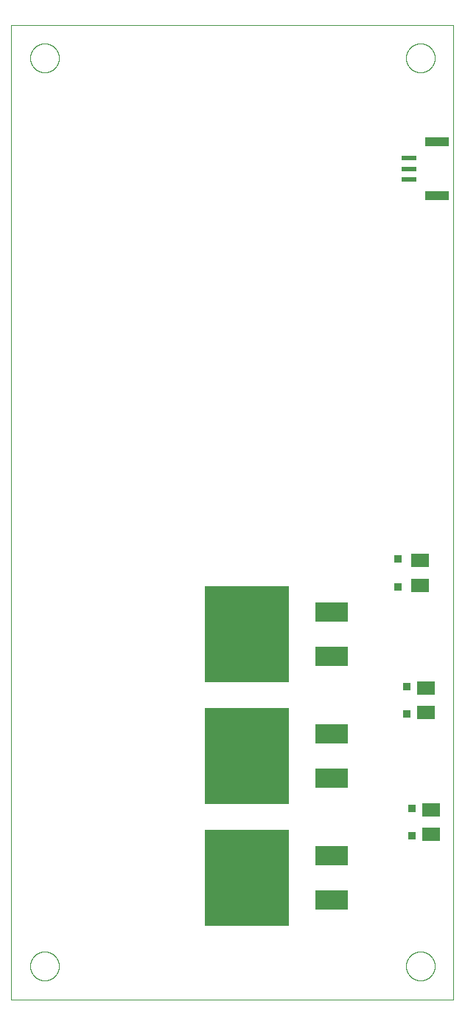
<source format=gbp>
G75*
%MOIN*%
%OFA0B0*%
%FSLAX25Y25*%
%IPPOS*%
%LPD*%
%AMOC8*
5,1,8,0,0,1.08239X$1,22.5*
%
%ADD10C,0.00300*%
%ADD11R,0.15000X0.09134*%
%ADD12R,0.37992X0.43307*%
%ADD13R,0.03740X0.03543*%
%ADD14R,0.07874X0.06299*%
%ADD15C,0.00000*%
%ADD16R,0.06693X0.02362*%
%ADD17R,0.10630X0.03937*%
D10*
X0255000Y0285000D02*
X0455000Y0285000D01*
X0455000Y0725000D01*
X0255000Y0725000D01*
X0255000Y0285000D01*
D11*
X0399882Y0330000D03*
X0399882Y0350000D03*
X0399882Y0385000D03*
X0399882Y0405000D03*
X0399882Y0440000D03*
X0399882Y0460000D03*
D12*
X0361614Y0450000D03*
X0361614Y0395000D03*
X0361614Y0340000D03*
D13*
X0433750Y0413799D03*
X0433750Y0426201D03*
X0430000Y0471299D03*
X0430000Y0483701D03*
X0436250Y0371201D03*
X0436250Y0358799D03*
D14*
X0445000Y0359488D03*
X0445000Y0370512D03*
X0442500Y0414488D03*
X0442500Y0425512D03*
X0440000Y0471988D03*
X0440000Y0483012D03*
D15*
X0433500Y0300000D02*
X0433502Y0300161D01*
X0433508Y0300321D01*
X0433518Y0300482D01*
X0433532Y0300642D01*
X0433550Y0300802D01*
X0433571Y0300961D01*
X0433597Y0301120D01*
X0433627Y0301278D01*
X0433660Y0301435D01*
X0433698Y0301592D01*
X0433739Y0301747D01*
X0433784Y0301901D01*
X0433833Y0302054D01*
X0433886Y0302206D01*
X0433942Y0302357D01*
X0434003Y0302506D01*
X0434066Y0302654D01*
X0434134Y0302800D01*
X0434205Y0302944D01*
X0434279Y0303086D01*
X0434357Y0303227D01*
X0434439Y0303365D01*
X0434524Y0303502D01*
X0434612Y0303636D01*
X0434704Y0303768D01*
X0434799Y0303898D01*
X0434897Y0304026D01*
X0434998Y0304151D01*
X0435102Y0304273D01*
X0435209Y0304393D01*
X0435319Y0304510D01*
X0435432Y0304625D01*
X0435548Y0304736D01*
X0435667Y0304845D01*
X0435788Y0304950D01*
X0435912Y0305053D01*
X0436038Y0305153D01*
X0436166Y0305249D01*
X0436297Y0305342D01*
X0436431Y0305432D01*
X0436566Y0305519D01*
X0436704Y0305602D01*
X0436843Y0305682D01*
X0436985Y0305758D01*
X0437128Y0305831D01*
X0437273Y0305900D01*
X0437420Y0305966D01*
X0437568Y0306028D01*
X0437718Y0306086D01*
X0437869Y0306141D01*
X0438022Y0306192D01*
X0438176Y0306239D01*
X0438331Y0306282D01*
X0438487Y0306321D01*
X0438643Y0306357D01*
X0438801Y0306388D01*
X0438959Y0306416D01*
X0439118Y0306440D01*
X0439278Y0306460D01*
X0439438Y0306476D01*
X0439598Y0306488D01*
X0439759Y0306496D01*
X0439920Y0306500D01*
X0440080Y0306500D01*
X0440241Y0306496D01*
X0440402Y0306488D01*
X0440562Y0306476D01*
X0440722Y0306460D01*
X0440882Y0306440D01*
X0441041Y0306416D01*
X0441199Y0306388D01*
X0441357Y0306357D01*
X0441513Y0306321D01*
X0441669Y0306282D01*
X0441824Y0306239D01*
X0441978Y0306192D01*
X0442131Y0306141D01*
X0442282Y0306086D01*
X0442432Y0306028D01*
X0442580Y0305966D01*
X0442727Y0305900D01*
X0442872Y0305831D01*
X0443015Y0305758D01*
X0443157Y0305682D01*
X0443296Y0305602D01*
X0443434Y0305519D01*
X0443569Y0305432D01*
X0443703Y0305342D01*
X0443834Y0305249D01*
X0443962Y0305153D01*
X0444088Y0305053D01*
X0444212Y0304950D01*
X0444333Y0304845D01*
X0444452Y0304736D01*
X0444568Y0304625D01*
X0444681Y0304510D01*
X0444791Y0304393D01*
X0444898Y0304273D01*
X0445002Y0304151D01*
X0445103Y0304026D01*
X0445201Y0303898D01*
X0445296Y0303768D01*
X0445388Y0303636D01*
X0445476Y0303502D01*
X0445561Y0303365D01*
X0445643Y0303227D01*
X0445721Y0303086D01*
X0445795Y0302944D01*
X0445866Y0302800D01*
X0445934Y0302654D01*
X0445997Y0302506D01*
X0446058Y0302357D01*
X0446114Y0302206D01*
X0446167Y0302054D01*
X0446216Y0301901D01*
X0446261Y0301747D01*
X0446302Y0301592D01*
X0446340Y0301435D01*
X0446373Y0301278D01*
X0446403Y0301120D01*
X0446429Y0300961D01*
X0446450Y0300802D01*
X0446468Y0300642D01*
X0446482Y0300482D01*
X0446492Y0300321D01*
X0446498Y0300161D01*
X0446500Y0300000D01*
X0446498Y0299839D01*
X0446492Y0299679D01*
X0446482Y0299518D01*
X0446468Y0299358D01*
X0446450Y0299198D01*
X0446429Y0299039D01*
X0446403Y0298880D01*
X0446373Y0298722D01*
X0446340Y0298565D01*
X0446302Y0298408D01*
X0446261Y0298253D01*
X0446216Y0298099D01*
X0446167Y0297946D01*
X0446114Y0297794D01*
X0446058Y0297643D01*
X0445997Y0297494D01*
X0445934Y0297346D01*
X0445866Y0297200D01*
X0445795Y0297056D01*
X0445721Y0296914D01*
X0445643Y0296773D01*
X0445561Y0296635D01*
X0445476Y0296498D01*
X0445388Y0296364D01*
X0445296Y0296232D01*
X0445201Y0296102D01*
X0445103Y0295974D01*
X0445002Y0295849D01*
X0444898Y0295727D01*
X0444791Y0295607D01*
X0444681Y0295490D01*
X0444568Y0295375D01*
X0444452Y0295264D01*
X0444333Y0295155D01*
X0444212Y0295050D01*
X0444088Y0294947D01*
X0443962Y0294847D01*
X0443834Y0294751D01*
X0443703Y0294658D01*
X0443569Y0294568D01*
X0443434Y0294481D01*
X0443296Y0294398D01*
X0443157Y0294318D01*
X0443015Y0294242D01*
X0442872Y0294169D01*
X0442727Y0294100D01*
X0442580Y0294034D01*
X0442432Y0293972D01*
X0442282Y0293914D01*
X0442131Y0293859D01*
X0441978Y0293808D01*
X0441824Y0293761D01*
X0441669Y0293718D01*
X0441513Y0293679D01*
X0441357Y0293643D01*
X0441199Y0293612D01*
X0441041Y0293584D01*
X0440882Y0293560D01*
X0440722Y0293540D01*
X0440562Y0293524D01*
X0440402Y0293512D01*
X0440241Y0293504D01*
X0440080Y0293500D01*
X0439920Y0293500D01*
X0439759Y0293504D01*
X0439598Y0293512D01*
X0439438Y0293524D01*
X0439278Y0293540D01*
X0439118Y0293560D01*
X0438959Y0293584D01*
X0438801Y0293612D01*
X0438643Y0293643D01*
X0438487Y0293679D01*
X0438331Y0293718D01*
X0438176Y0293761D01*
X0438022Y0293808D01*
X0437869Y0293859D01*
X0437718Y0293914D01*
X0437568Y0293972D01*
X0437420Y0294034D01*
X0437273Y0294100D01*
X0437128Y0294169D01*
X0436985Y0294242D01*
X0436843Y0294318D01*
X0436704Y0294398D01*
X0436566Y0294481D01*
X0436431Y0294568D01*
X0436297Y0294658D01*
X0436166Y0294751D01*
X0436038Y0294847D01*
X0435912Y0294947D01*
X0435788Y0295050D01*
X0435667Y0295155D01*
X0435548Y0295264D01*
X0435432Y0295375D01*
X0435319Y0295490D01*
X0435209Y0295607D01*
X0435102Y0295727D01*
X0434998Y0295849D01*
X0434897Y0295974D01*
X0434799Y0296102D01*
X0434704Y0296232D01*
X0434612Y0296364D01*
X0434524Y0296498D01*
X0434439Y0296635D01*
X0434357Y0296773D01*
X0434279Y0296914D01*
X0434205Y0297056D01*
X0434134Y0297200D01*
X0434066Y0297346D01*
X0434003Y0297494D01*
X0433942Y0297643D01*
X0433886Y0297794D01*
X0433833Y0297946D01*
X0433784Y0298099D01*
X0433739Y0298253D01*
X0433698Y0298408D01*
X0433660Y0298565D01*
X0433627Y0298722D01*
X0433597Y0298880D01*
X0433571Y0299039D01*
X0433550Y0299198D01*
X0433532Y0299358D01*
X0433518Y0299518D01*
X0433508Y0299679D01*
X0433502Y0299839D01*
X0433500Y0300000D01*
X0263500Y0300000D02*
X0263502Y0300161D01*
X0263508Y0300321D01*
X0263518Y0300482D01*
X0263532Y0300642D01*
X0263550Y0300802D01*
X0263571Y0300961D01*
X0263597Y0301120D01*
X0263627Y0301278D01*
X0263660Y0301435D01*
X0263698Y0301592D01*
X0263739Y0301747D01*
X0263784Y0301901D01*
X0263833Y0302054D01*
X0263886Y0302206D01*
X0263942Y0302357D01*
X0264003Y0302506D01*
X0264066Y0302654D01*
X0264134Y0302800D01*
X0264205Y0302944D01*
X0264279Y0303086D01*
X0264357Y0303227D01*
X0264439Y0303365D01*
X0264524Y0303502D01*
X0264612Y0303636D01*
X0264704Y0303768D01*
X0264799Y0303898D01*
X0264897Y0304026D01*
X0264998Y0304151D01*
X0265102Y0304273D01*
X0265209Y0304393D01*
X0265319Y0304510D01*
X0265432Y0304625D01*
X0265548Y0304736D01*
X0265667Y0304845D01*
X0265788Y0304950D01*
X0265912Y0305053D01*
X0266038Y0305153D01*
X0266166Y0305249D01*
X0266297Y0305342D01*
X0266431Y0305432D01*
X0266566Y0305519D01*
X0266704Y0305602D01*
X0266843Y0305682D01*
X0266985Y0305758D01*
X0267128Y0305831D01*
X0267273Y0305900D01*
X0267420Y0305966D01*
X0267568Y0306028D01*
X0267718Y0306086D01*
X0267869Y0306141D01*
X0268022Y0306192D01*
X0268176Y0306239D01*
X0268331Y0306282D01*
X0268487Y0306321D01*
X0268643Y0306357D01*
X0268801Y0306388D01*
X0268959Y0306416D01*
X0269118Y0306440D01*
X0269278Y0306460D01*
X0269438Y0306476D01*
X0269598Y0306488D01*
X0269759Y0306496D01*
X0269920Y0306500D01*
X0270080Y0306500D01*
X0270241Y0306496D01*
X0270402Y0306488D01*
X0270562Y0306476D01*
X0270722Y0306460D01*
X0270882Y0306440D01*
X0271041Y0306416D01*
X0271199Y0306388D01*
X0271357Y0306357D01*
X0271513Y0306321D01*
X0271669Y0306282D01*
X0271824Y0306239D01*
X0271978Y0306192D01*
X0272131Y0306141D01*
X0272282Y0306086D01*
X0272432Y0306028D01*
X0272580Y0305966D01*
X0272727Y0305900D01*
X0272872Y0305831D01*
X0273015Y0305758D01*
X0273157Y0305682D01*
X0273296Y0305602D01*
X0273434Y0305519D01*
X0273569Y0305432D01*
X0273703Y0305342D01*
X0273834Y0305249D01*
X0273962Y0305153D01*
X0274088Y0305053D01*
X0274212Y0304950D01*
X0274333Y0304845D01*
X0274452Y0304736D01*
X0274568Y0304625D01*
X0274681Y0304510D01*
X0274791Y0304393D01*
X0274898Y0304273D01*
X0275002Y0304151D01*
X0275103Y0304026D01*
X0275201Y0303898D01*
X0275296Y0303768D01*
X0275388Y0303636D01*
X0275476Y0303502D01*
X0275561Y0303365D01*
X0275643Y0303227D01*
X0275721Y0303086D01*
X0275795Y0302944D01*
X0275866Y0302800D01*
X0275934Y0302654D01*
X0275997Y0302506D01*
X0276058Y0302357D01*
X0276114Y0302206D01*
X0276167Y0302054D01*
X0276216Y0301901D01*
X0276261Y0301747D01*
X0276302Y0301592D01*
X0276340Y0301435D01*
X0276373Y0301278D01*
X0276403Y0301120D01*
X0276429Y0300961D01*
X0276450Y0300802D01*
X0276468Y0300642D01*
X0276482Y0300482D01*
X0276492Y0300321D01*
X0276498Y0300161D01*
X0276500Y0300000D01*
X0276498Y0299839D01*
X0276492Y0299679D01*
X0276482Y0299518D01*
X0276468Y0299358D01*
X0276450Y0299198D01*
X0276429Y0299039D01*
X0276403Y0298880D01*
X0276373Y0298722D01*
X0276340Y0298565D01*
X0276302Y0298408D01*
X0276261Y0298253D01*
X0276216Y0298099D01*
X0276167Y0297946D01*
X0276114Y0297794D01*
X0276058Y0297643D01*
X0275997Y0297494D01*
X0275934Y0297346D01*
X0275866Y0297200D01*
X0275795Y0297056D01*
X0275721Y0296914D01*
X0275643Y0296773D01*
X0275561Y0296635D01*
X0275476Y0296498D01*
X0275388Y0296364D01*
X0275296Y0296232D01*
X0275201Y0296102D01*
X0275103Y0295974D01*
X0275002Y0295849D01*
X0274898Y0295727D01*
X0274791Y0295607D01*
X0274681Y0295490D01*
X0274568Y0295375D01*
X0274452Y0295264D01*
X0274333Y0295155D01*
X0274212Y0295050D01*
X0274088Y0294947D01*
X0273962Y0294847D01*
X0273834Y0294751D01*
X0273703Y0294658D01*
X0273569Y0294568D01*
X0273434Y0294481D01*
X0273296Y0294398D01*
X0273157Y0294318D01*
X0273015Y0294242D01*
X0272872Y0294169D01*
X0272727Y0294100D01*
X0272580Y0294034D01*
X0272432Y0293972D01*
X0272282Y0293914D01*
X0272131Y0293859D01*
X0271978Y0293808D01*
X0271824Y0293761D01*
X0271669Y0293718D01*
X0271513Y0293679D01*
X0271357Y0293643D01*
X0271199Y0293612D01*
X0271041Y0293584D01*
X0270882Y0293560D01*
X0270722Y0293540D01*
X0270562Y0293524D01*
X0270402Y0293512D01*
X0270241Y0293504D01*
X0270080Y0293500D01*
X0269920Y0293500D01*
X0269759Y0293504D01*
X0269598Y0293512D01*
X0269438Y0293524D01*
X0269278Y0293540D01*
X0269118Y0293560D01*
X0268959Y0293584D01*
X0268801Y0293612D01*
X0268643Y0293643D01*
X0268487Y0293679D01*
X0268331Y0293718D01*
X0268176Y0293761D01*
X0268022Y0293808D01*
X0267869Y0293859D01*
X0267718Y0293914D01*
X0267568Y0293972D01*
X0267420Y0294034D01*
X0267273Y0294100D01*
X0267128Y0294169D01*
X0266985Y0294242D01*
X0266843Y0294318D01*
X0266704Y0294398D01*
X0266566Y0294481D01*
X0266431Y0294568D01*
X0266297Y0294658D01*
X0266166Y0294751D01*
X0266038Y0294847D01*
X0265912Y0294947D01*
X0265788Y0295050D01*
X0265667Y0295155D01*
X0265548Y0295264D01*
X0265432Y0295375D01*
X0265319Y0295490D01*
X0265209Y0295607D01*
X0265102Y0295727D01*
X0264998Y0295849D01*
X0264897Y0295974D01*
X0264799Y0296102D01*
X0264704Y0296232D01*
X0264612Y0296364D01*
X0264524Y0296498D01*
X0264439Y0296635D01*
X0264357Y0296773D01*
X0264279Y0296914D01*
X0264205Y0297056D01*
X0264134Y0297200D01*
X0264066Y0297346D01*
X0264003Y0297494D01*
X0263942Y0297643D01*
X0263886Y0297794D01*
X0263833Y0297946D01*
X0263784Y0298099D01*
X0263739Y0298253D01*
X0263698Y0298408D01*
X0263660Y0298565D01*
X0263627Y0298722D01*
X0263597Y0298880D01*
X0263571Y0299039D01*
X0263550Y0299198D01*
X0263532Y0299358D01*
X0263518Y0299518D01*
X0263508Y0299679D01*
X0263502Y0299839D01*
X0263500Y0300000D01*
X0263500Y0710000D02*
X0263502Y0710161D01*
X0263508Y0710321D01*
X0263518Y0710482D01*
X0263532Y0710642D01*
X0263550Y0710802D01*
X0263571Y0710961D01*
X0263597Y0711120D01*
X0263627Y0711278D01*
X0263660Y0711435D01*
X0263698Y0711592D01*
X0263739Y0711747D01*
X0263784Y0711901D01*
X0263833Y0712054D01*
X0263886Y0712206D01*
X0263942Y0712357D01*
X0264003Y0712506D01*
X0264066Y0712654D01*
X0264134Y0712800D01*
X0264205Y0712944D01*
X0264279Y0713086D01*
X0264357Y0713227D01*
X0264439Y0713365D01*
X0264524Y0713502D01*
X0264612Y0713636D01*
X0264704Y0713768D01*
X0264799Y0713898D01*
X0264897Y0714026D01*
X0264998Y0714151D01*
X0265102Y0714273D01*
X0265209Y0714393D01*
X0265319Y0714510D01*
X0265432Y0714625D01*
X0265548Y0714736D01*
X0265667Y0714845D01*
X0265788Y0714950D01*
X0265912Y0715053D01*
X0266038Y0715153D01*
X0266166Y0715249D01*
X0266297Y0715342D01*
X0266431Y0715432D01*
X0266566Y0715519D01*
X0266704Y0715602D01*
X0266843Y0715682D01*
X0266985Y0715758D01*
X0267128Y0715831D01*
X0267273Y0715900D01*
X0267420Y0715966D01*
X0267568Y0716028D01*
X0267718Y0716086D01*
X0267869Y0716141D01*
X0268022Y0716192D01*
X0268176Y0716239D01*
X0268331Y0716282D01*
X0268487Y0716321D01*
X0268643Y0716357D01*
X0268801Y0716388D01*
X0268959Y0716416D01*
X0269118Y0716440D01*
X0269278Y0716460D01*
X0269438Y0716476D01*
X0269598Y0716488D01*
X0269759Y0716496D01*
X0269920Y0716500D01*
X0270080Y0716500D01*
X0270241Y0716496D01*
X0270402Y0716488D01*
X0270562Y0716476D01*
X0270722Y0716460D01*
X0270882Y0716440D01*
X0271041Y0716416D01*
X0271199Y0716388D01*
X0271357Y0716357D01*
X0271513Y0716321D01*
X0271669Y0716282D01*
X0271824Y0716239D01*
X0271978Y0716192D01*
X0272131Y0716141D01*
X0272282Y0716086D01*
X0272432Y0716028D01*
X0272580Y0715966D01*
X0272727Y0715900D01*
X0272872Y0715831D01*
X0273015Y0715758D01*
X0273157Y0715682D01*
X0273296Y0715602D01*
X0273434Y0715519D01*
X0273569Y0715432D01*
X0273703Y0715342D01*
X0273834Y0715249D01*
X0273962Y0715153D01*
X0274088Y0715053D01*
X0274212Y0714950D01*
X0274333Y0714845D01*
X0274452Y0714736D01*
X0274568Y0714625D01*
X0274681Y0714510D01*
X0274791Y0714393D01*
X0274898Y0714273D01*
X0275002Y0714151D01*
X0275103Y0714026D01*
X0275201Y0713898D01*
X0275296Y0713768D01*
X0275388Y0713636D01*
X0275476Y0713502D01*
X0275561Y0713365D01*
X0275643Y0713227D01*
X0275721Y0713086D01*
X0275795Y0712944D01*
X0275866Y0712800D01*
X0275934Y0712654D01*
X0275997Y0712506D01*
X0276058Y0712357D01*
X0276114Y0712206D01*
X0276167Y0712054D01*
X0276216Y0711901D01*
X0276261Y0711747D01*
X0276302Y0711592D01*
X0276340Y0711435D01*
X0276373Y0711278D01*
X0276403Y0711120D01*
X0276429Y0710961D01*
X0276450Y0710802D01*
X0276468Y0710642D01*
X0276482Y0710482D01*
X0276492Y0710321D01*
X0276498Y0710161D01*
X0276500Y0710000D01*
X0276498Y0709839D01*
X0276492Y0709679D01*
X0276482Y0709518D01*
X0276468Y0709358D01*
X0276450Y0709198D01*
X0276429Y0709039D01*
X0276403Y0708880D01*
X0276373Y0708722D01*
X0276340Y0708565D01*
X0276302Y0708408D01*
X0276261Y0708253D01*
X0276216Y0708099D01*
X0276167Y0707946D01*
X0276114Y0707794D01*
X0276058Y0707643D01*
X0275997Y0707494D01*
X0275934Y0707346D01*
X0275866Y0707200D01*
X0275795Y0707056D01*
X0275721Y0706914D01*
X0275643Y0706773D01*
X0275561Y0706635D01*
X0275476Y0706498D01*
X0275388Y0706364D01*
X0275296Y0706232D01*
X0275201Y0706102D01*
X0275103Y0705974D01*
X0275002Y0705849D01*
X0274898Y0705727D01*
X0274791Y0705607D01*
X0274681Y0705490D01*
X0274568Y0705375D01*
X0274452Y0705264D01*
X0274333Y0705155D01*
X0274212Y0705050D01*
X0274088Y0704947D01*
X0273962Y0704847D01*
X0273834Y0704751D01*
X0273703Y0704658D01*
X0273569Y0704568D01*
X0273434Y0704481D01*
X0273296Y0704398D01*
X0273157Y0704318D01*
X0273015Y0704242D01*
X0272872Y0704169D01*
X0272727Y0704100D01*
X0272580Y0704034D01*
X0272432Y0703972D01*
X0272282Y0703914D01*
X0272131Y0703859D01*
X0271978Y0703808D01*
X0271824Y0703761D01*
X0271669Y0703718D01*
X0271513Y0703679D01*
X0271357Y0703643D01*
X0271199Y0703612D01*
X0271041Y0703584D01*
X0270882Y0703560D01*
X0270722Y0703540D01*
X0270562Y0703524D01*
X0270402Y0703512D01*
X0270241Y0703504D01*
X0270080Y0703500D01*
X0269920Y0703500D01*
X0269759Y0703504D01*
X0269598Y0703512D01*
X0269438Y0703524D01*
X0269278Y0703540D01*
X0269118Y0703560D01*
X0268959Y0703584D01*
X0268801Y0703612D01*
X0268643Y0703643D01*
X0268487Y0703679D01*
X0268331Y0703718D01*
X0268176Y0703761D01*
X0268022Y0703808D01*
X0267869Y0703859D01*
X0267718Y0703914D01*
X0267568Y0703972D01*
X0267420Y0704034D01*
X0267273Y0704100D01*
X0267128Y0704169D01*
X0266985Y0704242D01*
X0266843Y0704318D01*
X0266704Y0704398D01*
X0266566Y0704481D01*
X0266431Y0704568D01*
X0266297Y0704658D01*
X0266166Y0704751D01*
X0266038Y0704847D01*
X0265912Y0704947D01*
X0265788Y0705050D01*
X0265667Y0705155D01*
X0265548Y0705264D01*
X0265432Y0705375D01*
X0265319Y0705490D01*
X0265209Y0705607D01*
X0265102Y0705727D01*
X0264998Y0705849D01*
X0264897Y0705974D01*
X0264799Y0706102D01*
X0264704Y0706232D01*
X0264612Y0706364D01*
X0264524Y0706498D01*
X0264439Y0706635D01*
X0264357Y0706773D01*
X0264279Y0706914D01*
X0264205Y0707056D01*
X0264134Y0707200D01*
X0264066Y0707346D01*
X0264003Y0707494D01*
X0263942Y0707643D01*
X0263886Y0707794D01*
X0263833Y0707946D01*
X0263784Y0708099D01*
X0263739Y0708253D01*
X0263698Y0708408D01*
X0263660Y0708565D01*
X0263627Y0708722D01*
X0263597Y0708880D01*
X0263571Y0709039D01*
X0263550Y0709198D01*
X0263532Y0709358D01*
X0263518Y0709518D01*
X0263508Y0709679D01*
X0263502Y0709839D01*
X0263500Y0710000D01*
X0433500Y0710000D02*
X0433502Y0710161D01*
X0433508Y0710321D01*
X0433518Y0710482D01*
X0433532Y0710642D01*
X0433550Y0710802D01*
X0433571Y0710961D01*
X0433597Y0711120D01*
X0433627Y0711278D01*
X0433660Y0711435D01*
X0433698Y0711592D01*
X0433739Y0711747D01*
X0433784Y0711901D01*
X0433833Y0712054D01*
X0433886Y0712206D01*
X0433942Y0712357D01*
X0434003Y0712506D01*
X0434066Y0712654D01*
X0434134Y0712800D01*
X0434205Y0712944D01*
X0434279Y0713086D01*
X0434357Y0713227D01*
X0434439Y0713365D01*
X0434524Y0713502D01*
X0434612Y0713636D01*
X0434704Y0713768D01*
X0434799Y0713898D01*
X0434897Y0714026D01*
X0434998Y0714151D01*
X0435102Y0714273D01*
X0435209Y0714393D01*
X0435319Y0714510D01*
X0435432Y0714625D01*
X0435548Y0714736D01*
X0435667Y0714845D01*
X0435788Y0714950D01*
X0435912Y0715053D01*
X0436038Y0715153D01*
X0436166Y0715249D01*
X0436297Y0715342D01*
X0436431Y0715432D01*
X0436566Y0715519D01*
X0436704Y0715602D01*
X0436843Y0715682D01*
X0436985Y0715758D01*
X0437128Y0715831D01*
X0437273Y0715900D01*
X0437420Y0715966D01*
X0437568Y0716028D01*
X0437718Y0716086D01*
X0437869Y0716141D01*
X0438022Y0716192D01*
X0438176Y0716239D01*
X0438331Y0716282D01*
X0438487Y0716321D01*
X0438643Y0716357D01*
X0438801Y0716388D01*
X0438959Y0716416D01*
X0439118Y0716440D01*
X0439278Y0716460D01*
X0439438Y0716476D01*
X0439598Y0716488D01*
X0439759Y0716496D01*
X0439920Y0716500D01*
X0440080Y0716500D01*
X0440241Y0716496D01*
X0440402Y0716488D01*
X0440562Y0716476D01*
X0440722Y0716460D01*
X0440882Y0716440D01*
X0441041Y0716416D01*
X0441199Y0716388D01*
X0441357Y0716357D01*
X0441513Y0716321D01*
X0441669Y0716282D01*
X0441824Y0716239D01*
X0441978Y0716192D01*
X0442131Y0716141D01*
X0442282Y0716086D01*
X0442432Y0716028D01*
X0442580Y0715966D01*
X0442727Y0715900D01*
X0442872Y0715831D01*
X0443015Y0715758D01*
X0443157Y0715682D01*
X0443296Y0715602D01*
X0443434Y0715519D01*
X0443569Y0715432D01*
X0443703Y0715342D01*
X0443834Y0715249D01*
X0443962Y0715153D01*
X0444088Y0715053D01*
X0444212Y0714950D01*
X0444333Y0714845D01*
X0444452Y0714736D01*
X0444568Y0714625D01*
X0444681Y0714510D01*
X0444791Y0714393D01*
X0444898Y0714273D01*
X0445002Y0714151D01*
X0445103Y0714026D01*
X0445201Y0713898D01*
X0445296Y0713768D01*
X0445388Y0713636D01*
X0445476Y0713502D01*
X0445561Y0713365D01*
X0445643Y0713227D01*
X0445721Y0713086D01*
X0445795Y0712944D01*
X0445866Y0712800D01*
X0445934Y0712654D01*
X0445997Y0712506D01*
X0446058Y0712357D01*
X0446114Y0712206D01*
X0446167Y0712054D01*
X0446216Y0711901D01*
X0446261Y0711747D01*
X0446302Y0711592D01*
X0446340Y0711435D01*
X0446373Y0711278D01*
X0446403Y0711120D01*
X0446429Y0710961D01*
X0446450Y0710802D01*
X0446468Y0710642D01*
X0446482Y0710482D01*
X0446492Y0710321D01*
X0446498Y0710161D01*
X0446500Y0710000D01*
X0446498Y0709839D01*
X0446492Y0709679D01*
X0446482Y0709518D01*
X0446468Y0709358D01*
X0446450Y0709198D01*
X0446429Y0709039D01*
X0446403Y0708880D01*
X0446373Y0708722D01*
X0446340Y0708565D01*
X0446302Y0708408D01*
X0446261Y0708253D01*
X0446216Y0708099D01*
X0446167Y0707946D01*
X0446114Y0707794D01*
X0446058Y0707643D01*
X0445997Y0707494D01*
X0445934Y0707346D01*
X0445866Y0707200D01*
X0445795Y0707056D01*
X0445721Y0706914D01*
X0445643Y0706773D01*
X0445561Y0706635D01*
X0445476Y0706498D01*
X0445388Y0706364D01*
X0445296Y0706232D01*
X0445201Y0706102D01*
X0445103Y0705974D01*
X0445002Y0705849D01*
X0444898Y0705727D01*
X0444791Y0705607D01*
X0444681Y0705490D01*
X0444568Y0705375D01*
X0444452Y0705264D01*
X0444333Y0705155D01*
X0444212Y0705050D01*
X0444088Y0704947D01*
X0443962Y0704847D01*
X0443834Y0704751D01*
X0443703Y0704658D01*
X0443569Y0704568D01*
X0443434Y0704481D01*
X0443296Y0704398D01*
X0443157Y0704318D01*
X0443015Y0704242D01*
X0442872Y0704169D01*
X0442727Y0704100D01*
X0442580Y0704034D01*
X0442432Y0703972D01*
X0442282Y0703914D01*
X0442131Y0703859D01*
X0441978Y0703808D01*
X0441824Y0703761D01*
X0441669Y0703718D01*
X0441513Y0703679D01*
X0441357Y0703643D01*
X0441199Y0703612D01*
X0441041Y0703584D01*
X0440882Y0703560D01*
X0440722Y0703540D01*
X0440562Y0703524D01*
X0440402Y0703512D01*
X0440241Y0703504D01*
X0440080Y0703500D01*
X0439920Y0703500D01*
X0439759Y0703504D01*
X0439598Y0703512D01*
X0439438Y0703524D01*
X0439278Y0703540D01*
X0439118Y0703560D01*
X0438959Y0703584D01*
X0438801Y0703612D01*
X0438643Y0703643D01*
X0438487Y0703679D01*
X0438331Y0703718D01*
X0438176Y0703761D01*
X0438022Y0703808D01*
X0437869Y0703859D01*
X0437718Y0703914D01*
X0437568Y0703972D01*
X0437420Y0704034D01*
X0437273Y0704100D01*
X0437128Y0704169D01*
X0436985Y0704242D01*
X0436843Y0704318D01*
X0436704Y0704398D01*
X0436566Y0704481D01*
X0436431Y0704568D01*
X0436297Y0704658D01*
X0436166Y0704751D01*
X0436038Y0704847D01*
X0435912Y0704947D01*
X0435788Y0705050D01*
X0435667Y0705155D01*
X0435548Y0705264D01*
X0435432Y0705375D01*
X0435319Y0705490D01*
X0435209Y0705607D01*
X0435102Y0705727D01*
X0434998Y0705849D01*
X0434897Y0705974D01*
X0434799Y0706102D01*
X0434704Y0706232D01*
X0434612Y0706364D01*
X0434524Y0706498D01*
X0434439Y0706635D01*
X0434357Y0706773D01*
X0434279Y0706914D01*
X0434205Y0707056D01*
X0434134Y0707200D01*
X0434066Y0707346D01*
X0434003Y0707494D01*
X0433942Y0707643D01*
X0433886Y0707794D01*
X0433833Y0707946D01*
X0433784Y0708099D01*
X0433739Y0708253D01*
X0433698Y0708408D01*
X0433660Y0708565D01*
X0433627Y0708722D01*
X0433597Y0708880D01*
X0433571Y0709039D01*
X0433550Y0709198D01*
X0433532Y0709358D01*
X0433518Y0709518D01*
X0433508Y0709679D01*
X0433502Y0709839D01*
X0433500Y0710000D01*
D16*
X0434779Y0664921D03*
X0434779Y0660000D03*
X0434779Y0655079D03*
D17*
X0447377Y0647795D03*
X0447377Y0672205D03*
M02*

</source>
